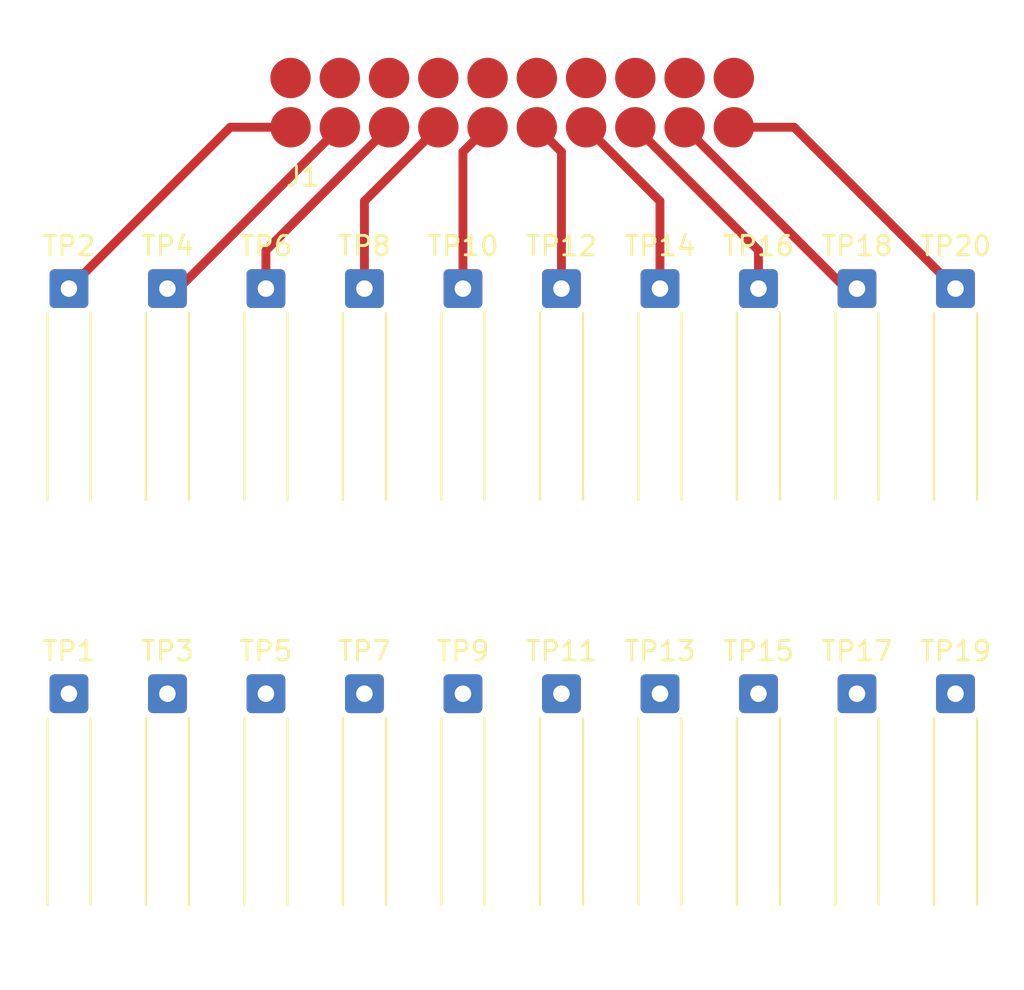
<source format=kicad_pcb>
(kicad_pcb (version 20171130) (host pcbnew 5.1.9-1.fc33)

  (general
    (thickness 1.6)
    (drawings 0)
    (tracks 21)
    (zones 0)
    (modules 21)
    (nets 21)
  )

  (page A4)
  (layers
    (0 F.Cu signal)
    (31 B.Cu signal)
    (32 B.Adhes user)
    (33 F.Adhes user)
    (34 B.Paste user)
    (35 F.Paste user)
    (36 B.SilkS user)
    (37 F.SilkS user)
    (38 B.Mask user)
    (39 F.Mask user)
    (40 Dwgs.User user)
    (41 Cmts.User user)
    (42 Eco1.User user)
    (43 Eco2.User user)
    (44 Edge.Cuts user)
    (45 Margin user)
    (46 B.CrtYd user)
    (47 F.CrtYd user)
    (48 B.Fab user)
    (49 F.Fab user)
  )

  (setup
    (last_trace_width 0.25)
    (user_trace_width 0.4572)
    (trace_clearance 0.2)
    (zone_clearance 0.508)
    (zone_45_only no)
    (trace_min 0.2)
    (via_size 0.8)
    (via_drill 0.4)
    (via_min_size 0.4)
    (via_min_drill 0.3)
    (uvia_size 0.3)
    (uvia_drill 0.1)
    (uvias_allowed no)
    (uvia_min_size 0.2)
    (uvia_min_drill 0.1)
    (edge_width 0.05)
    (segment_width 0.2)
    (pcb_text_width 0.3)
    (pcb_text_size 1.5 1.5)
    (mod_edge_width 0.12)
    (mod_text_size 1 1)
    (mod_text_width 0.15)
    (pad_size 1.524 1.524)
    (pad_drill 0.762)
    (pad_to_mask_clearance 0)
    (aux_axis_origin 0 0)
    (visible_elements FFFFFF7F)
    (pcbplotparams
      (layerselection 0x010fc_ffffffff)
      (usegerberextensions false)
      (usegerberattributes true)
      (usegerberadvancedattributes true)
      (creategerberjobfile true)
      (excludeedgelayer true)
      (linewidth 0.100000)
      (plotframeref false)
      (viasonmask false)
      (mode 1)
      (useauxorigin false)
      (hpglpennumber 1)
      (hpglpenspeed 20)
      (hpglpendiameter 15.000000)
      (psnegative false)
      (psa4output false)
      (plotreference true)
      (plotvalue true)
      (plotinvisibletext false)
      (padsonsilk false)
      (subtractmaskfromsilk false)
      (outputformat 1)
      (mirror false)
      (drillshape 1)
      (scaleselection 1)
      (outputdirectory ""))
  )

  (net 0 "")
  (net 1 "Net-(J1-Pad1)")
  (net 2 "Net-(J1-Pad2)")
  (net 3 "Net-(J1-Pad3)")
  (net 4 "Net-(J1-Pad4)")
  (net 5 "Net-(J1-Pad5)")
  (net 6 "Net-(J1-Pad6)")
  (net 7 "Net-(J1-Pad7)")
  (net 8 "Net-(J1-Pad8)")
  (net 9 "Net-(J1-Pad9)")
  (net 10 "Net-(J1-Pad10)")
  (net 11 "Net-(J1-Pad11)")
  (net 12 "Net-(J1-Pad12)")
  (net 13 "Net-(J1-Pad13)")
  (net 14 "Net-(J1-Pad14)")
  (net 15 "Net-(J1-Pad15)")
  (net 16 "Net-(J1-Pad16)")
  (net 17 "Net-(J1-Pad17)")
  (net 18 "Net-(J1-Pad18)")
  (net 19 "Net-(J1-Pad19)")
  (net 20 "Net-(J1-Pad20)")

  (net_class Default "This is the default net class."
    (clearance 0.2)
    (trace_width 0.25)
    (via_dia 0.8)
    (via_drill 0.4)
    (uvia_dia 0.3)
    (uvia_drill 0.1)
    (add_net "Net-(J1-Pad1)")
    (add_net "Net-(J1-Pad10)")
    (add_net "Net-(J1-Pad11)")
    (add_net "Net-(J1-Pad12)")
    (add_net "Net-(J1-Pad13)")
    (add_net "Net-(J1-Pad14)")
    (add_net "Net-(J1-Pad15)")
    (add_net "Net-(J1-Pad16)")
    (add_net "Net-(J1-Pad17)")
    (add_net "Net-(J1-Pad18)")
    (add_net "Net-(J1-Pad19)")
    (add_net "Net-(J1-Pad2)")
    (add_net "Net-(J1-Pad20)")
    (add_net "Net-(J1-Pad3)")
    (add_net "Net-(J1-Pad4)")
    (add_net "Net-(J1-Pad5)")
    (add_net "Net-(J1-Pad6)")
    (add_net "Net-(J1-Pad7)")
    (add_net "Net-(J1-Pad8)")
    (add_net "Net-(J1-Pad9)")
  )

  (module Connector_Wire:SolderWire-0.25sqmm_1x01_D0.65mm_OD2mm_Relief (layer F.Cu) (tedit 5EB70B44) (tstamp 5FF5D4B0)
    (at 146.05 74.36)
    (descr "Soldered wire connection with feed through strain relief, for a single 0.25 mm² wire, reinforced insulation, conductor diameter 0.65mm, outer diameter 2mm, size source Multi-Contact FLEXI-2V 0.25 (https://ec.staubli.com/AcroFiles/Catalogues/TM_Cab-Main-11014119_(en)_hi.pdf), bend radius 3 times outer diameter, generated with kicad-footprint-generator")
    (tags "connector wire 0.25sqmm strain-relief")
    (path /5FFB8D2E)
    (attr virtual)
    (fp_text reference TP20 (at 0 -2.2) (layer F.SilkS)
      (effects (font (size 1 1) (thickness 0.15)))
    )
    (fp_text value TestPoint (at 0 14.45) (layer F.Fab)
      (effects (font (size 1 1) (thickness 0.15)))
    )
    (fp_circle (center 0 0) (end 1 0) (layer F.Fab) (width 0.1))
    (fp_circle (center 0 12) (end 1 12) (layer F.Fab) (width 0.1))
    (fp_line (start -1 0) (end -1 12) (layer F.Fab) (width 0.1))
    (fp_line (start 1 0) (end 1 12) (layer F.Fab) (width 0.1))
    (fp_line (start 1.11 1.26) (end 1.11 10.89) (layer F.SilkS) (width 0.12))
    (fp_line (start -1.11 1.26) (end -1.11 10.89) (layer F.SilkS) (width 0.12))
    (fp_line (start -1.75 -1.5) (end -1.75 13.75) (layer F.CrtYd) (width 0.05))
    (fp_line (start -1.75 13.75) (end 1.75 13.75) (layer F.CrtYd) (width 0.05))
    (fp_line (start 1.75 13.75) (end 1.75 -1.5) (layer F.CrtYd) (width 0.05))
    (fp_line (start 1.75 -1.5) (end -1.75 -1.5) (layer F.CrtYd) (width 0.05))
    (fp_line (start -1.75 10.25) (end -1.75 13.75) (layer B.CrtYd) (width 0.05))
    (fp_line (start -1.75 13.75) (end 1.75 13.75) (layer B.CrtYd) (width 0.05))
    (fp_line (start 1.75 13.75) (end 1.75 10.25) (layer B.CrtYd) (width 0.05))
    (fp_line (start 1.75 10.25) (end -1.75 10.25) (layer B.CrtYd) (width 0.05))
    (fp_text user %R (at 0 6 90) (layer F.Fab)
      (effects (font (size 1 1) (thickness 0.15)))
    )
    (pad 1 thru_hole roundrect (at 0 0) (size 2 2) (drill 0.85) (layers *.Cu *.Mask) (roundrect_rratio 0.125)
      (net 20 "Net-(J1-Pad20)"))
    (pad "" np_thru_hole circle (at 0 12) (size 2.5 2.5) (drill 2.5) (layers *.Cu *.Mask))
    (model ${KISYS3DMOD}/Connector_Wire.3dshapes/SolderWire-0.25sqmm_1x01_D0.65mm_OD2mm_Relief.wrl
      (at (xyz 0 0 0))
      (scale (xyz 1 1 1))
      (rotate (xyz 0 0 0))
    )
  )

  (module Connector_Wire:SolderWire-0.25sqmm_1x01_D0.65mm_OD2mm_Relief (layer F.Cu) (tedit 5EB70B44) (tstamp 5FF5D3FC)
    (at 140.97 74.36)
    (descr "Soldered wire connection with feed through strain relief, for a single 0.25 mm² wire, reinforced insulation, conductor diameter 0.65mm, outer diameter 2mm, size source Multi-Contact FLEXI-2V 0.25 (https://ec.staubli.com/AcroFiles/Catalogues/TM_Cab-Main-11014119_(en)_hi.pdf), bend radius 3 times outer diameter, generated with kicad-footprint-generator")
    (tags "connector wire 0.25sqmm strain-relief")
    (path /5FFB8D19)
    (attr virtual)
    (fp_text reference TP18 (at 0 -2.2) (layer F.SilkS)
      (effects (font (size 1 1) (thickness 0.15)))
    )
    (fp_text value TestPoint (at 0 14.45) (layer F.Fab)
      (effects (font (size 1 1) (thickness 0.15)))
    )
    (fp_circle (center 0 0) (end 1 0) (layer F.Fab) (width 0.1))
    (fp_circle (center 0 12) (end 1 12) (layer F.Fab) (width 0.1))
    (fp_line (start -1 0) (end -1 12) (layer F.Fab) (width 0.1))
    (fp_line (start 1 0) (end 1 12) (layer F.Fab) (width 0.1))
    (fp_line (start 1.11 1.26) (end 1.11 10.89) (layer F.SilkS) (width 0.12))
    (fp_line (start -1.11 1.26) (end -1.11 10.89) (layer F.SilkS) (width 0.12))
    (fp_line (start -1.75 -1.5) (end -1.75 13.75) (layer F.CrtYd) (width 0.05))
    (fp_line (start -1.75 13.75) (end 1.75 13.75) (layer F.CrtYd) (width 0.05))
    (fp_line (start 1.75 13.75) (end 1.75 -1.5) (layer F.CrtYd) (width 0.05))
    (fp_line (start 1.75 -1.5) (end -1.75 -1.5) (layer F.CrtYd) (width 0.05))
    (fp_line (start -1.75 10.25) (end -1.75 13.75) (layer B.CrtYd) (width 0.05))
    (fp_line (start -1.75 13.75) (end 1.75 13.75) (layer B.CrtYd) (width 0.05))
    (fp_line (start 1.75 13.75) (end 1.75 10.25) (layer B.CrtYd) (width 0.05))
    (fp_line (start 1.75 10.25) (end -1.75 10.25) (layer B.CrtYd) (width 0.05))
    (fp_text user %R (at 0 6 90) (layer F.Fab)
      (effects (font (size 1 1) (thickness 0.15)))
    )
    (pad 1 thru_hole roundrect (at 0 0) (size 2 2) (drill 0.85) (layers *.Cu *.Mask) (roundrect_rratio 0.125)
      (net 18 "Net-(J1-Pad18)"))
    (pad "" np_thru_hole circle (at 0 12) (size 2.5 2.5) (drill 2.5) (layers *.Cu *.Mask))
    (model ${KISYS3DMOD}/Connector_Wire.3dshapes/SolderWire-0.25sqmm_1x01_D0.65mm_OD2mm_Relief.wrl
      (at (xyz 0 0 0))
      (scale (xyz 1 1 1))
      (rotate (xyz 0 0 0))
    )
  )

  (module Connector_Wire:SolderWire-0.25sqmm_1x01_D0.65mm_OD2mm_Relief (layer F.Cu) (tedit 5EB70B44) (tstamp 5FF5D438)
    (at 135.89 74.36)
    (descr "Soldered wire connection with feed through strain relief, for a single 0.25 mm² wire, reinforced insulation, conductor diameter 0.65mm, outer diameter 2mm, size source Multi-Contact FLEXI-2V 0.25 (https://ec.staubli.com/AcroFiles/Catalogues/TM_Cab-Main-11014119_(en)_hi.pdf), bend radius 3 times outer diameter, generated with kicad-footprint-generator")
    (tags "connector wire 0.25sqmm strain-relief")
    (path /5FFB8D20)
    (attr virtual)
    (fp_text reference TP16 (at 0 -2.2) (layer F.SilkS)
      (effects (font (size 1 1) (thickness 0.15)))
    )
    (fp_text value TestPoint (at 0 14.45) (layer F.Fab)
      (effects (font (size 1 1) (thickness 0.15)))
    )
    (fp_line (start 1.75 10.25) (end -1.75 10.25) (layer B.CrtYd) (width 0.05))
    (fp_line (start 1.75 13.75) (end 1.75 10.25) (layer B.CrtYd) (width 0.05))
    (fp_line (start -1.75 13.75) (end 1.75 13.75) (layer B.CrtYd) (width 0.05))
    (fp_line (start -1.75 10.25) (end -1.75 13.75) (layer B.CrtYd) (width 0.05))
    (fp_line (start 1.75 -1.5) (end -1.75 -1.5) (layer F.CrtYd) (width 0.05))
    (fp_line (start 1.75 13.75) (end 1.75 -1.5) (layer F.CrtYd) (width 0.05))
    (fp_line (start -1.75 13.75) (end 1.75 13.75) (layer F.CrtYd) (width 0.05))
    (fp_line (start -1.75 -1.5) (end -1.75 13.75) (layer F.CrtYd) (width 0.05))
    (fp_line (start -1.11 1.26) (end -1.11 10.89) (layer F.SilkS) (width 0.12))
    (fp_line (start 1.11 1.26) (end 1.11 10.89) (layer F.SilkS) (width 0.12))
    (fp_line (start 1 0) (end 1 12) (layer F.Fab) (width 0.1))
    (fp_line (start -1 0) (end -1 12) (layer F.Fab) (width 0.1))
    (fp_circle (center 0 12) (end 1 12) (layer F.Fab) (width 0.1))
    (fp_circle (center 0 0) (end 1 0) (layer F.Fab) (width 0.1))
    (fp_text user %R (at 0 6 90) (layer F.Fab)
      (effects (font (size 1 1) (thickness 0.15)))
    )
    (pad "" np_thru_hole circle (at 0 12) (size 2.5 2.5) (drill 2.5) (layers *.Cu *.Mask))
    (pad 1 thru_hole roundrect (at 0 0) (size 2 2) (drill 0.85) (layers *.Cu *.Mask) (roundrect_rratio 0.125)
      (net 16 "Net-(J1-Pad16)"))
    (model ${KISYS3DMOD}/Connector_Wire.3dshapes/SolderWire-0.25sqmm_1x01_D0.65mm_OD2mm_Relief.wrl
      (at (xyz 0 0 0))
      (scale (xyz 1 1 1))
      (rotate (xyz 0 0 0))
    )
  )

  (module Connector_Wire:SolderWire-0.25sqmm_1x01_D0.65mm_OD2mm_Relief (layer F.Cu) (tedit 5EB70B44) (tstamp 5FF5D474)
    (at 130.81 74.36)
    (descr "Soldered wire connection with feed through strain relief, for a single 0.25 mm² wire, reinforced insulation, conductor diameter 0.65mm, outer diameter 2mm, size source Multi-Contact FLEXI-2V 0.25 (https://ec.staubli.com/AcroFiles/Catalogues/TM_Cab-Main-11014119_(en)_hi.pdf), bend radius 3 times outer diameter, generated with kicad-footprint-generator")
    (tags "connector wire 0.25sqmm strain-relief")
    (path /5FFB8D27)
    (attr virtual)
    (fp_text reference TP14 (at 0 -2.2) (layer F.SilkS)
      (effects (font (size 1 1) (thickness 0.15)))
    )
    (fp_text value TestPoint (at 0 14.45) (layer F.Fab)
      (effects (font (size 1 1) (thickness 0.15)))
    )
    (fp_circle (center 0 0) (end 1 0) (layer F.Fab) (width 0.1))
    (fp_circle (center 0 12) (end 1 12) (layer F.Fab) (width 0.1))
    (fp_line (start -1 0) (end -1 12) (layer F.Fab) (width 0.1))
    (fp_line (start 1 0) (end 1 12) (layer F.Fab) (width 0.1))
    (fp_line (start 1.11 1.26) (end 1.11 10.89) (layer F.SilkS) (width 0.12))
    (fp_line (start -1.11 1.26) (end -1.11 10.89) (layer F.SilkS) (width 0.12))
    (fp_line (start -1.75 -1.5) (end -1.75 13.75) (layer F.CrtYd) (width 0.05))
    (fp_line (start -1.75 13.75) (end 1.75 13.75) (layer F.CrtYd) (width 0.05))
    (fp_line (start 1.75 13.75) (end 1.75 -1.5) (layer F.CrtYd) (width 0.05))
    (fp_line (start 1.75 -1.5) (end -1.75 -1.5) (layer F.CrtYd) (width 0.05))
    (fp_line (start -1.75 10.25) (end -1.75 13.75) (layer B.CrtYd) (width 0.05))
    (fp_line (start -1.75 13.75) (end 1.75 13.75) (layer B.CrtYd) (width 0.05))
    (fp_line (start 1.75 13.75) (end 1.75 10.25) (layer B.CrtYd) (width 0.05))
    (fp_line (start 1.75 10.25) (end -1.75 10.25) (layer B.CrtYd) (width 0.05))
    (fp_text user %R (at 0 6 90) (layer F.Fab)
      (effects (font (size 1 1) (thickness 0.15)))
    )
    (pad 1 thru_hole roundrect (at 0 0) (size 2 2) (drill 0.85) (layers *.Cu *.Mask) (roundrect_rratio 0.125)
      (net 14 "Net-(J1-Pad14)"))
    (pad "" np_thru_hole circle (at 0 12) (size 2.5 2.5) (drill 2.5) (layers *.Cu *.Mask))
    (model ${KISYS3DMOD}/Connector_Wire.3dshapes/SolderWire-0.25sqmm_1x01_D0.65mm_OD2mm_Relief.wrl
      (at (xyz 0 0 0))
      (scale (xyz 1 1 1))
      (rotate (xyz 0 0 0))
    )
  )

  (module Connector_Wire:SolderWire-0.25sqmm_1x01_D0.65mm_OD2mm_Relief (layer F.Cu) (tedit 5EB70B44) (tstamp 5FF5D384)
    (at 125.73 74.36)
    (descr "Soldered wire connection with feed through strain relief, for a single 0.25 mm² wire, reinforced insulation, conductor diameter 0.65mm, outer diameter 2mm, size source Multi-Contact FLEXI-2V 0.25 (https://ec.staubli.com/AcroFiles/Catalogues/TM_Cab-Main-11014119_(en)_hi.pdf), bend radius 3 times outer diameter, generated with kicad-footprint-generator")
    (tags "connector wire 0.25sqmm strain-relief")
    (path /5FFB8D04)
    (attr virtual)
    (fp_text reference TP12 (at 0 -2.2) (layer F.SilkS)
      (effects (font (size 1 1) (thickness 0.15)))
    )
    (fp_text value TestPoint (at 0 14.45) (layer F.Fab)
      (effects (font (size 1 1) (thickness 0.15)))
    )
    (fp_line (start 1.75 10.25) (end -1.75 10.25) (layer B.CrtYd) (width 0.05))
    (fp_line (start 1.75 13.75) (end 1.75 10.25) (layer B.CrtYd) (width 0.05))
    (fp_line (start -1.75 13.75) (end 1.75 13.75) (layer B.CrtYd) (width 0.05))
    (fp_line (start -1.75 10.25) (end -1.75 13.75) (layer B.CrtYd) (width 0.05))
    (fp_line (start 1.75 -1.5) (end -1.75 -1.5) (layer F.CrtYd) (width 0.05))
    (fp_line (start 1.75 13.75) (end 1.75 -1.5) (layer F.CrtYd) (width 0.05))
    (fp_line (start -1.75 13.75) (end 1.75 13.75) (layer F.CrtYd) (width 0.05))
    (fp_line (start -1.75 -1.5) (end -1.75 13.75) (layer F.CrtYd) (width 0.05))
    (fp_line (start -1.11 1.26) (end -1.11 10.89) (layer F.SilkS) (width 0.12))
    (fp_line (start 1.11 1.26) (end 1.11 10.89) (layer F.SilkS) (width 0.12))
    (fp_line (start 1 0) (end 1 12) (layer F.Fab) (width 0.1))
    (fp_line (start -1 0) (end -1 12) (layer F.Fab) (width 0.1))
    (fp_circle (center 0 12) (end 1 12) (layer F.Fab) (width 0.1))
    (fp_circle (center 0 0) (end 1 0) (layer F.Fab) (width 0.1))
    (fp_text user %R (at 0 6 90) (layer F.Fab)
      (effects (font (size 1 1) (thickness 0.15)))
    )
    (pad "" np_thru_hole circle (at 0 12) (size 2.5 2.5) (drill 2.5) (layers *.Cu *.Mask))
    (pad 1 thru_hole roundrect (at 0 0) (size 2 2) (drill 0.85) (layers *.Cu *.Mask) (roundrect_rratio 0.125)
      (net 12 "Net-(J1-Pad12)"))
    (model ${KISYS3DMOD}/Connector_Wire.3dshapes/SolderWire-0.25sqmm_1x01_D0.65mm_OD2mm_Relief.wrl
      (at (xyz 0 0 0))
      (scale (xyz 1 1 1))
      (rotate (xyz 0 0 0))
    )
  )

  (module Connector_Wire:SolderWire-0.25sqmm_1x01_D0.65mm_OD2mm_Relief (layer F.Cu) (tedit 5EB70B44) (tstamp 5FF5D3C0)
    (at 120.65 74.36)
    (descr "Soldered wire connection with feed through strain relief, for a single 0.25 mm² wire, reinforced insulation, conductor diameter 0.65mm, outer diameter 2mm, size source Multi-Contact FLEXI-2V 0.25 (https://ec.staubli.com/AcroFiles/Catalogues/TM_Cab-Main-11014119_(en)_hi.pdf), bend radius 3 times outer diameter, generated with kicad-footprint-generator")
    (tags "connector wire 0.25sqmm strain-relief")
    (path /5FFB8D0B)
    (attr virtual)
    (fp_text reference TP10 (at 0 -2.2) (layer F.SilkS)
      (effects (font (size 1 1) (thickness 0.15)))
    )
    (fp_text value TestPoint (at 0 14.45) (layer F.Fab)
      (effects (font (size 1 1) (thickness 0.15)))
    )
    (fp_circle (center 0 0) (end 1 0) (layer F.Fab) (width 0.1))
    (fp_circle (center 0 12) (end 1 12) (layer F.Fab) (width 0.1))
    (fp_line (start -1 0) (end -1 12) (layer F.Fab) (width 0.1))
    (fp_line (start 1 0) (end 1 12) (layer F.Fab) (width 0.1))
    (fp_line (start 1.11 1.26) (end 1.11 10.89) (layer F.SilkS) (width 0.12))
    (fp_line (start -1.11 1.26) (end -1.11 10.89) (layer F.SilkS) (width 0.12))
    (fp_line (start -1.75 -1.5) (end -1.75 13.75) (layer F.CrtYd) (width 0.05))
    (fp_line (start -1.75 13.75) (end 1.75 13.75) (layer F.CrtYd) (width 0.05))
    (fp_line (start 1.75 13.75) (end 1.75 -1.5) (layer F.CrtYd) (width 0.05))
    (fp_line (start 1.75 -1.5) (end -1.75 -1.5) (layer F.CrtYd) (width 0.05))
    (fp_line (start -1.75 10.25) (end -1.75 13.75) (layer B.CrtYd) (width 0.05))
    (fp_line (start -1.75 13.75) (end 1.75 13.75) (layer B.CrtYd) (width 0.05))
    (fp_line (start 1.75 13.75) (end 1.75 10.25) (layer B.CrtYd) (width 0.05))
    (fp_line (start 1.75 10.25) (end -1.75 10.25) (layer B.CrtYd) (width 0.05))
    (fp_text user %R (at 0 6 90) (layer F.Fab)
      (effects (font (size 1 1) (thickness 0.15)))
    )
    (pad 1 thru_hole roundrect (at 0 0) (size 2 2) (drill 0.85) (layers *.Cu *.Mask) (roundrect_rratio 0.125)
      (net 10 "Net-(J1-Pad10)"))
    (pad "" np_thru_hole circle (at 0 12) (size 2.5 2.5) (drill 2.5) (layers *.Cu *.Mask))
    (model ${KISYS3DMOD}/Connector_Wire.3dshapes/SolderWire-0.25sqmm_1x01_D0.65mm_OD2mm_Relief.wrl
      (at (xyz 0 0 0))
      (scale (xyz 1 1 1))
      (rotate (xyz 0 0 0))
    )
  )

  (module Connector_Wire:SolderWire-0.25sqmm_1x01_D0.65mm_OD2mm_Relief (layer F.Cu) (tedit 5EB70B44) (tstamp 5FF5D528)
    (at 115.57 74.36)
    (descr "Soldered wire connection with feed through strain relief, for a single 0.25 mm² wire, reinforced insulation, conductor diameter 0.65mm, outer diameter 2mm, size source Multi-Contact FLEXI-2V 0.25 (https://ec.staubli.com/AcroFiles/Catalogues/TM_Cab-Main-11014119_(en)_hi.pdf), bend radius 3 times outer diameter, generated with kicad-footprint-generator")
    (tags "connector wire 0.25sqmm strain-relief")
    (path /5FFB8D12)
    (attr virtual)
    (fp_text reference TP8 (at 0 -2.2) (layer F.SilkS)
      (effects (font (size 1 1) (thickness 0.15)))
    )
    (fp_text value TestPoint (at 0 14.45) (layer F.Fab)
      (effects (font (size 1 1) (thickness 0.15)))
    )
    (fp_line (start 1.75 10.25) (end -1.75 10.25) (layer B.CrtYd) (width 0.05))
    (fp_line (start 1.75 13.75) (end 1.75 10.25) (layer B.CrtYd) (width 0.05))
    (fp_line (start -1.75 13.75) (end 1.75 13.75) (layer B.CrtYd) (width 0.05))
    (fp_line (start -1.75 10.25) (end -1.75 13.75) (layer B.CrtYd) (width 0.05))
    (fp_line (start 1.75 -1.5) (end -1.75 -1.5) (layer F.CrtYd) (width 0.05))
    (fp_line (start 1.75 13.75) (end 1.75 -1.5) (layer F.CrtYd) (width 0.05))
    (fp_line (start -1.75 13.75) (end 1.75 13.75) (layer F.CrtYd) (width 0.05))
    (fp_line (start -1.75 -1.5) (end -1.75 13.75) (layer F.CrtYd) (width 0.05))
    (fp_line (start -1.11 1.26) (end -1.11 10.89) (layer F.SilkS) (width 0.12))
    (fp_line (start 1.11 1.26) (end 1.11 10.89) (layer F.SilkS) (width 0.12))
    (fp_line (start 1 0) (end 1 12) (layer F.Fab) (width 0.1))
    (fp_line (start -1 0) (end -1 12) (layer F.Fab) (width 0.1))
    (fp_circle (center 0 12) (end 1 12) (layer F.Fab) (width 0.1))
    (fp_circle (center 0 0) (end 1 0) (layer F.Fab) (width 0.1))
    (fp_text user %R (at 0 6 90) (layer F.Fab)
      (effects (font (size 1 1) (thickness 0.15)))
    )
    (pad "" np_thru_hole circle (at 0 12) (size 2.5 2.5) (drill 2.5) (layers *.Cu *.Mask))
    (pad 1 thru_hole roundrect (at 0 0) (size 2 2) (drill 0.85) (layers *.Cu *.Mask) (roundrect_rratio 0.125)
      (net 8 "Net-(J1-Pad8)"))
    (model ${KISYS3DMOD}/Connector_Wire.3dshapes/SolderWire-0.25sqmm_1x01_D0.65mm_OD2mm_Relief.wrl
      (at (xyz 0 0 0))
      (scale (xyz 1 1 1))
      (rotate (xyz 0 0 0))
    )
  )

  (module Connector_Wire:SolderWire-0.25sqmm_1x01_D0.65mm_OD2mm_Relief (layer F.Cu) (tedit 5EB70B44) (tstamp 5FF5D4EC)
    (at 110.49 74.36)
    (descr "Soldered wire connection with feed through strain relief, for a single 0.25 mm² wire, reinforced insulation, conductor diameter 0.65mm, outer diameter 2mm, size source Multi-Contact FLEXI-2V 0.25 (https://ec.staubli.com/AcroFiles/Catalogues/TM_Cab-Main-11014119_(en)_hi.pdf), bend radius 3 times outer diameter, generated with kicad-footprint-generator")
    (tags "connector wire 0.25sqmm strain-relief")
    (path /5FFB8CEF)
    (attr virtual)
    (fp_text reference TP6 (at 0 -2.2) (layer F.SilkS)
      (effects (font (size 1 1) (thickness 0.15)))
    )
    (fp_text value TestPoint (at 0 14.45) (layer F.Fab)
      (effects (font (size 1 1) (thickness 0.15)))
    )
    (fp_line (start 1.75 10.25) (end -1.75 10.25) (layer B.CrtYd) (width 0.05))
    (fp_line (start 1.75 13.75) (end 1.75 10.25) (layer B.CrtYd) (width 0.05))
    (fp_line (start -1.75 13.75) (end 1.75 13.75) (layer B.CrtYd) (width 0.05))
    (fp_line (start -1.75 10.25) (end -1.75 13.75) (layer B.CrtYd) (width 0.05))
    (fp_line (start 1.75 -1.5) (end -1.75 -1.5) (layer F.CrtYd) (width 0.05))
    (fp_line (start 1.75 13.75) (end 1.75 -1.5) (layer F.CrtYd) (width 0.05))
    (fp_line (start -1.75 13.75) (end 1.75 13.75) (layer F.CrtYd) (width 0.05))
    (fp_line (start -1.75 -1.5) (end -1.75 13.75) (layer F.CrtYd) (width 0.05))
    (fp_line (start -1.11 1.26) (end -1.11 10.89) (layer F.SilkS) (width 0.12))
    (fp_line (start 1.11 1.26) (end 1.11 10.89) (layer F.SilkS) (width 0.12))
    (fp_line (start 1 0) (end 1 12) (layer F.Fab) (width 0.1))
    (fp_line (start -1 0) (end -1 12) (layer F.Fab) (width 0.1))
    (fp_circle (center 0 12) (end 1 12) (layer F.Fab) (width 0.1))
    (fp_circle (center 0 0) (end 1 0) (layer F.Fab) (width 0.1))
    (fp_text user %R (at 0 6 90) (layer F.Fab)
      (effects (font (size 1 1) (thickness 0.15)))
    )
    (pad "" np_thru_hole circle (at 0 12) (size 2.5 2.5) (drill 2.5) (layers *.Cu *.Mask))
    (pad 1 thru_hole roundrect (at 0 0) (size 2 2) (drill 0.85) (layers *.Cu *.Mask) (roundrect_rratio 0.125)
      (net 6 "Net-(J1-Pad6)"))
    (model ${KISYS3DMOD}/Connector_Wire.3dshapes/SolderWire-0.25sqmm_1x01_D0.65mm_OD2mm_Relief.wrl
      (at (xyz 0 0 0))
      (scale (xyz 1 1 1))
      (rotate (xyz 0 0 0))
    )
  )

  (module Connector_Wire:SolderWire-0.25sqmm_1x01_D0.65mm_OD2mm_Relief (layer F.Cu) (tedit 5EB70B44) (tstamp 5FF5D348)
    (at 105.41 74.36)
    (descr "Soldered wire connection with feed through strain relief, for a single 0.25 mm² wire, reinforced insulation, conductor diameter 0.65mm, outer diameter 2mm, size source Multi-Contact FLEXI-2V 0.25 (https://ec.staubli.com/AcroFiles/Catalogues/TM_Cab-Main-11014119_(en)_hi.pdf), bend radius 3 times outer diameter, generated with kicad-footprint-generator")
    (tags "connector wire 0.25sqmm strain-relief")
    (path /5FFB8CF6)
    (attr virtual)
    (fp_text reference TP4 (at 0 -2.2) (layer F.SilkS)
      (effects (font (size 1 1) (thickness 0.15)))
    )
    (fp_text value TestPoint (at 0 14.45) (layer F.Fab)
      (effects (font (size 1 1) (thickness 0.15)))
    )
    (fp_line (start 1.75 10.25) (end -1.75 10.25) (layer B.CrtYd) (width 0.05))
    (fp_line (start 1.75 13.75) (end 1.75 10.25) (layer B.CrtYd) (width 0.05))
    (fp_line (start -1.75 13.75) (end 1.75 13.75) (layer B.CrtYd) (width 0.05))
    (fp_line (start -1.75 10.25) (end -1.75 13.75) (layer B.CrtYd) (width 0.05))
    (fp_line (start 1.75 -1.5) (end -1.75 -1.5) (layer F.CrtYd) (width 0.05))
    (fp_line (start 1.75 13.75) (end 1.75 -1.5) (layer F.CrtYd) (width 0.05))
    (fp_line (start -1.75 13.75) (end 1.75 13.75) (layer F.CrtYd) (width 0.05))
    (fp_line (start -1.75 -1.5) (end -1.75 13.75) (layer F.CrtYd) (width 0.05))
    (fp_line (start -1.11 1.26) (end -1.11 10.89) (layer F.SilkS) (width 0.12))
    (fp_line (start 1.11 1.26) (end 1.11 10.89) (layer F.SilkS) (width 0.12))
    (fp_line (start 1 0) (end 1 12) (layer F.Fab) (width 0.1))
    (fp_line (start -1 0) (end -1 12) (layer F.Fab) (width 0.1))
    (fp_circle (center 0 12) (end 1 12) (layer F.Fab) (width 0.1))
    (fp_circle (center 0 0) (end 1 0) (layer F.Fab) (width 0.1))
    (fp_text user %R (at 0 6 90) (layer F.Fab)
      (effects (font (size 1 1) (thickness 0.15)))
    )
    (pad "" np_thru_hole circle (at 0 12) (size 2.5 2.5) (drill 2.5) (layers *.Cu *.Mask))
    (pad 1 thru_hole roundrect (at 0 0) (size 2 2) (drill 0.85) (layers *.Cu *.Mask) (roundrect_rratio 0.125)
      (net 4 "Net-(J1-Pad4)"))
    (model ${KISYS3DMOD}/Connector_Wire.3dshapes/SolderWire-0.25sqmm_1x01_D0.65mm_OD2mm_Relief.wrl
      (at (xyz 0 0 0))
      (scale (xyz 1 1 1))
      (rotate (xyz 0 0 0))
    )
  )

  (module Connector_Wire:SolderWire-0.25sqmm_1x01_D0.65mm_OD2mm_Relief (layer F.Cu) (tedit 5EB70B44) (tstamp 5FF5F705)
    (at 100.33 74.36)
    (descr "Soldered wire connection with feed through strain relief, for a single 0.25 mm² wire, reinforced insulation, conductor diameter 0.65mm, outer diameter 2mm, size source Multi-Contact FLEXI-2V 0.25 (https://ec.staubli.com/AcroFiles/Catalogues/TM_Cab-Main-11014119_(en)_hi.pdf), bend radius 3 times outer diameter, generated with kicad-footprint-generator")
    (tags "connector wire 0.25sqmm strain-relief")
    (path /5FFB8CFD)
    (attr virtual)
    (fp_text reference TP2 (at 0 -2.2) (layer F.SilkS)
      (effects (font (size 1 1) (thickness 0.15)))
    )
    (fp_text value TestPoint (at 0 14.45) (layer F.Fab)
      (effects (font (size 1 1) (thickness 0.15)))
    )
    (fp_line (start 1.75 10.25) (end -1.75 10.25) (layer B.CrtYd) (width 0.05))
    (fp_line (start 1.75 13.75) (end 1.75 10.25) (layer B.CrtYd) (width 0.05))
    (fp_line (start -1.75 13.75) (end 1.75 13.75) (layer B.CrtYd) (width 0.05))
    (fp_line (start -1.75 10.25) (end -1.75 13.75) (layer B.CrtYd) (width 0.05))
    (fp_line (start 1.75 -1.5) (end -1.75 -1.5) (layer F.CrtYd) (width 0.05))
    (fp_line (start 1.75 13.75) (end 1.75 -1.5) (layer F.CrtYd) (width 0.05))
    (fp_line (start -1.75 13.75) (end 1.75 13.75) (layer F.CrtYd) (width 0.05))
    (fp_line (start -1.75 -1.5) (end -1.75 13.75) (layer F.CrtYd) (width 0.05))
    (fp_line (start -1.11 1.26) (end -1.11 10.89) (layer F.SilkS) (width 0.12))
    (fp_line (start 1.11 1.26) (end 1.11 10.89) (layer F.SilkS) (width 0.12))
    (fp_line (start 1 0) (end 1 12) (layer F.Fab) (width 0.1))
    (fp_line (start -1 0) (end -1 12) (layer F.Fab) (width 0.1))
    (fp_circle (center 0 12) (end 1 12) (layer F.Fab) (width 0.1))
    (fp_circle (center 0 0) (end 1 0) (layer F.Fab) (width 0.1))
    (fp_text user %R (at 0 6 90) (layer F.Fab)
      (effects (font (size 1 1) (thickness 0.15)))
    )
    (pad "" np_thru_hole circle (at 0 12) (size 2.5 2.5) (drill 2.5) (layers *.Cu *.Mask))
    (pad 1 thru_hole roundrect (at 0 0) (size 2 2) (drill 0.85) (layers *.Cu *.Mask) (roundrect_rratio 0.125)
      (net 2 "Net-(J1-Pad2)"))
    (model ${KISYS3DMOD}/Connector_Wire.3dshapes/SolderWire-0.25sqmm_1x01_D0.65mm_OD2mm_Relief.wrl
      (at (xyz 0 0 0))
      (scale (xyz 1 1 1))
      (rotate (xyz 0 0 0))
    )
  )

  (module Connector_Wire:SolderWire-0.25sqmm_1x01_D0.65mm_OD2mm_Relief (layer F.Cu) (tedit 5EB70B44) (tstamp 5FF5C70A)
    (at 146.05 95.25)
    (descr "Soldered wire connection with feed through strain relief, for a single 0.25 mm² wire, reinforced insulation, conductor diameter 0.65mm, outer diameter 2mm, size source Multi-Contact FLEXI-2V 0.25 (https://ec.staubli.com/AcroFiles/Catalogues/TM_Cab-Main-11014119_(en)_hi.pdf), bend radius 3 times outer diameter, generated with kicad-footprint-generator")
    (tags "connector wire 0.25sqmm strain-relief")
    (path /5FFB3508)
    (attr virtual)
    (fp_text reference TP19 (at 0 -2.2) (layer F.SilkS)
      (effects (font (size 1 1) (thickness 0.15)))
    )
    (fp_text value TestPoint (at 0 14.45) (layer F.Fab)
      (effects (font (size 1 1) (thickness 0.15)))
    )
    (fp_line (start 1.75 10.25) (end -1.75 10.25) (layer B.CrtYd) (width 0.05))
    (fp_line (start 1.75 13.75) (end 1.75 10.25) (layer B.CrtYd) (width 0.05))
    (fp_line (start -1.75 13.75) (end 1.75 13.75) (layer B.CrtYd) (width 0.05))
    (fp_line (start -1.75 10.25) (end -1.75 13.75) (layer B.CrtYd) (width 0.05))
    (fp_line (start 1.75 -1.5) (end -1.75 -1.5) (layer F.CrtYd) (width 0.05))
    (fp_line (start 1.75 13.75) (end 1.75 -1.5) (layer F.CrtYd) (width 0.05))
    (fp_line (start -1.75 13.75) (end 1.75 13.75) (layer F.CrtYd) (width 0.05))
    (fp_line (start -1.75 -1.5) (end -1.75 13.75) (layer F.CrtYd) (width 0.05))
    (fp_line (start -1.11 1.26) (end -1.11 10.89) (layer F.SilkS) (width 0.12))
    (fp_line (start 1.11 1.26) (end 1.11 10.89) (layer F.SilkS) (width 0.12))
    (fp_line (start 1 0) (end 1 12) (layer F.Fab) (width 0.1))
    (fp_line (start -1 0) (end -1 12) (layer F.Fab) (width 0.1))
    (fp_circle (center 0 12) (end 1 12) (layer F.Fab) (width 0.1))
    (fp_circle (center 0 0) (end 1 0) (layer F.Fab) (width 0.1))
    (fp_text user %R (at 0 6 90) (layer F.Fab)
      (effects (font (size 1 1) (thickness 0.15)))
    )
    (pad "" np_thru_hole circle (at 0 12) (size 2.5 2.5) (drill 2.5) (layers *.Cu *.Mask))
    (pad 1 thru_hole roundrect (at 0 0) (size 2 2) (drill 0.85) (layers *.Cu *.Mask) (roundrect_rratio 0.125)
      (net 19 "Net-(J1-Pad19)"))
    (model ${KISYS3DMOD}/Connector_Wire.3dshapes/SolderWire-0.25sqmm_1x01_D0.65mm_OD2mm_Relief.wrl
      (at (xyz 0 0 0))
      (scale (xyz 1 1 1))
      (rotate (xyz 0 0 0))
    )
  )

  (module Connector_Wire:SolderWire-0.25sqmm_1x01_D0.65mm_OD2mm_Relief (layer F.Cu) (tedit 5EB70B44) (tstamp 5FF5C6F5)
    (at 140.97 95.25)
    (descr "Soldered wire connection with feed through strain relief, for a single 0.25 mm² wire, reinforced insulation, conductor diameter 0.65mm, outer diameter 2mm, size source Multi-Contact FLEXI-2V 0.25 (https://ec.staubli.com/AcroFiles/Catalogues/TM_Cab-Main-11014119_(en)_hi.pdf), bend radius 3 times outer diameter, generated with kicad-footprint-generator")
    (tags "connector wire 0.25sqmm strain-relief")
    (path /5FFB3098)
    (attr virtual)
    (fp_text reference TP17 (at 0 -2.2) (layer F.SilkS)
      (effects (font (size 1 1) (thickness 0.15)))
    )
    (fp_text value TestPoint (at 0 14.45) (layer F.Fab)
      (effects (font (size 1 1) (thickness 0.15)))
    )
    (fp_line (start 1.75 10.25) (end -1.75 10.25) (layer B.CrtYd) (width 0.05))
    (fp_line (start 1.75 13.75) (end 1.75 10.25) (layer B.CrtYd) (width 0.05))
    (fp_line (start -1.75 13.75) (end 1.75 13.75) (layer B.CrtYd) (width 0.05))
    (fp_line (start -1.75 10.25) (end -1.75 13.75) (layer B.CrtYd) (width 0.05))
    (fp_line (start 1.75 -1.5) (end -1.75 -1.5) (layer F.CrtYd) (width 0.05))
    (fp_line (start 1.75 13.75) (end 1.75 -1.5) (layer F.CrtYd) (width 0.05))
    (fp_line (start -1.75 13.75) (end 1.75 13.75) (layer F.CrtYd) (width 0.05))
    (fp_line (start -1.75 -1.5) (end -1.75 13.75) (layer F.CrtYd) (width 0.05))
    (fp_line (start -1.11 1.26) (end -1.11 10.89) (layer F.SilkS) (width 0.12))
    (fp_line (start 1.11 1.26) (end 1.11 10.89) (layer F.SilkS) (width 0.12))
    (fp_line (start 1 0) (end 1 12) (layer F.Fab) (width 0.1))
    (fp_line (start -1 0) (end -1 12) (layer F.Fab) (width 0.1))
    (fp_circle (center 0 12) (end 1 12) (layer F.Fab) (width 0.1))
    (fp_circle (center 0 0) (end 1 0) (layer F.Fab) (width 0.1))
    (fp_text user %R (at 0 6 90) (layer F.Fab)
      (effects (font (size 1 1) (thickness 0.15)))
    )
    (pad "" np_thru_hole circle (at 0 12) (size 2.5 2.5) (drill 2.5) (layers *.Cu *.Mask))
    (pad 1 thru_hole roundrect (at 0 0) (size 2 2) (drill 0.85) (layers *.Cu *.Mask) (roundrect_rratio 0.125)
      (net 17 "Net-(J1-Pad17)"))
    (model ${KISYS3DMOD}/Connector_Wire.3dshapes/SolderWire-0.25sqmm_1x01_D0.65mm_OD2mm_Relief.wrl
      (at (xyz 0 0 0))
      (scale (xyz 1 1 1))
      (rotate (xyz 0 0 0))
    )
  )

  (module Connector_Wire:SolderWire-0.25sqmm_1x01_D0.65mm_OD2mm_Relief (layer F.Cu) (tedit 5EB70B44) (tstamp 5FF5C6E0)
    (at 135.89 95.25)
    (descr "Soldered wire connection with feed through strain relief, for a single 0.25 mm² wire, reinforced insulation, conductor diameter 0.65mm, outer diameter 2mm, size source Multi-Contact FLEXI-2V 0.25 (https://ec.staubli.com/AcroFiles/Catalogues/TM_Cab-Main-11014119_(en)_hi.pdf), bend radius 3 times outer diameter, generated with kicad-footprint-generator")
    (tags "connector wire 0.25sqmm strain-relief")
    (path /5FFB309F)
    (attr virtual)
    (fp_text reference TP15 (at 0 -2.2) (layer F.SilkS)
      (effects (font (size 1 1) (thickness 0.15)))
    )
    (fp_text value TestPoint (at 0 14.45) (layer F.Fab)
      (effects (font (size 1 1) (thickness 0.15)))
    )
    (fp_line (start 1.75 10.25) (end -1.75 10.25) (layer B.CrtYd) (width 0.05))
    (fp_line (start 1.75 13.75) (end 1.75 10.25) (layer B.CrtYd) (width 0.05))
    (fp_line (start -1.75 13.75) (end 1.75 13.75) (layer B.CrtYd) (width 0.05))
    (fp_line (start -1.75 10.25) (end -1.75 13.75) (layer B.CrtYd) (width 0.05))
    (fp_line (start 1.75 -1.5) (end -1.75 -1.5) (layer F.CrtYd) (width 0.05))
    (fp_line (start 1.75 13.75) (end 1.75 -1.5) (layer F.CrtYd) (width 0.05))
    (fp_line (start -1.75 13.75) (end 1.75 13.75) (layer F.CrtYd) (width 0.05))
    (fp_line (start -1.75 -1.5) (end -1.75 13.75) (layer F.CrtYd) (width 0.05))
    (fp_line (start -1.11 1.26) (end -1.11 10.89) (layer F.SilkS) (width 0.12))
    (fp_line (start 1.11 1.26) (end 1.11 10.89) (layer F.SilkS) (width 0.12))
    (fp_line (start 1 0) (end 1 12) (layer F.Fab) (width 0.1))
    (fp_line (start -1 0) (end -1 12) (layer F.Fab) (width 0.1))
    (fp_circle (center 0 12) (end 1 12) (layer F.Fab) (width 0.1))
    (fp_circle (center 0 0) (end 1 0) (layer F.Fab) (width 0.1))
    (fp_text user %R (at 0 5.08 90) (layer F.Fab)
      (effects (font (size 1 1) (thickness 0.15)))
    )
    (pad "" np_thru_hole circle (at 0 12) (size 2.5 2.5) (drill 2.5) (layers *.Cu *.Mask))
    (pad 1 thru_hole roundrect (at 0 0) (size 2 2) (drill 0.85) (layers *.Cu *.Mask) (roundrect_rratio 0.125)
      (net 15 "Net-(J1-Pad15)"))
    (model ${KISYS3DMOD}/Connector_Wire.3dshapes/SolderWire-0.25sqmm_1x01_D0.65mm_OD2mm_Relief.wrl
      (at (xyz 0 0 0))
      (scale (xyz 1 1 1))
      (rotate (xyz 0 0 0))
    )
  )

  (module Connector_Wire:SolderWire-0.25sqmm_1x01_D0.65mm_OD2mm_Relief (layer F.Cu) (tedit 5EB70B44) (tstamp 5FF5C6CB)
    (at 130.81 95.25)
    (descr "Soldered wire connection with feed through strain relief, for a single 0.25 mm² wire, reinforced insulation, conductor diameter 0.65mm, outer diameter 2mm, size source Multi-Contact FLEXI-2V 0.25 (https://ec.staubli.com/AcroFiles/Catalogues/TM_Cab-Main-11014119_(en)_hi.pdf), bend radius 3 times outer diameter, generated with kicad-footprint-generator")
    (tags "connector wire 0.25sqmm strain-relief")
    (path /5FFB30A6)
    (attr virtual)
    (fp_text reference TP13 (at 0 -2.2) (layer F.SilkS)
      (effects (font (size 1 1) (thickness 0.15)))
    )
    (fp_text value TestPoint (at 0 14.45) (layer F.Fab)
      (effects (font (size 1 1) (thickness 0.15)))
    )
    (fp_line (start 1.75 10.25) (end -1.75 10.25) (layer B.CrtYd) (width 0.05))
    (fp_line (start 1.75 13.75) (end 1.75 10.25) (layer B.CrtYd) (width 0.05))
    (fp_line (start -1.75 13.75) (end 1.75 13.75) (layer B.CrtYd) (width 0.05))
    (fp_line (start -1.75 10.25) (end -1.75 13.75) (layer B.CrtYd) (width 0.05))
    (fp_line (start 1.75 -1.5) (end -1.75 -1.5) (layer F.CrtYd) (width 0.05))
    (fp_line (start 1.75 13.75) (end 1.75 -1.5) (layer F.CrtYd) (width 0.05))
    (fp_line (start -1.75 13.75) (end 1.75 13.75) (layer F.CrtYd) (width 0.05))
    (fp_line (start -1.75 -1.5) (end -1.75 13.75) (layer F.CrtYd) (width 0.05))
    (fp_line (start -1.11 1.26) (end -1.11 10.89) (layer F.SilkS) (width 0.12))
    (fp_line (start 1.11 1.26) (end 1.11 10.89) (layer F.SilkS) (width 0.12))
    (fp_line (start 1 0) (end 1 12) (layer F.Fab) (width 0.1))
    (fp_line (start -1 0) (end -1 12) (layer F.Fab) (width 0.1))
    (fp_circle (center 0 12) (end 1 12) (layer F.Fab) (width 0.1))
    (fp_circle (center 0 0) (end 1 0) (layer F.Fab) (width 0.1))
    (fp_text user %R (at 0 6 90) (layer F.Fab)
      (effects (font (size 1 1) (thickness 0.15)))
    )
    (pad "" np_thru_hole circle (at 0 12) (size 2.5 2.5) (drill 2.5) (layers *.Cu *.Mask))
    (pad 1 thru_hole roundrect (at 0 0) (size 2 2) (drill 0.85) (layers *.Cu *.Mask) (roundrect_rratio 0.125)
      (net 13 "Net-(J1-Pad13)"))
    (model ${KISYS3DMOD}/Connector_Wire.3dshapes/SolderWire-0.25sqmm_1x01_D0.65mm_OD2mm_Relief.wrl
      (at (xyz 0 0 0))
      (scale (xyz 1 1 1))
      (rotate (xyz 0 0 0))
    )
  )

  (module Connector_Wire:SolderWire-0.25sqmm_1x01_D0.65mm_OD2mm_Relief (layer F.Cu) (tedit 5EB70B44) (tstamp 5FF5C6B6)
    (at 125.73 95.25)
    (descr "Soldered wire connection with feed through strain relief, for a single 0.25 mm² wire, reinforced insulation, conductor diameter 0.65mm, outer diameter 2mm, size source Multi-Contact FLEXI-2V 0.25 (https://ec.staubli.com/AcroFiles/Catalogues/TM_Cab-Main-11014119_(en)_hi.pdf), bend radius 3 times outer diameter, generated with kicad-footprint-generator")
    (tags "connector wire 0.25sqmm strain-relief")
    (path /5FFB2479)
    (attr virtual)
    (fp_text reference TP11 (at 0 -2.2) (layer F.SilkS)
      (effects (font (size 1 1) (thickness 0.15)))
    )
    (fp_text value TestPoint (at 0 14.45) (layer F.Fab)
      (effects (font (size 1 1) (thickness 0.15)))
    )
    (fp_line (start 1.75 10.25) (end -1.75 10.25) (layer B.CrtYd) (width 0.05))
    (fp_line (start 1.75 13.75) (end 1.75 10.25) (layer B.CrtYd) (width 0.05))
    (fp_line (start -1.75 13.75) (end 1.75 13.75) (layer B.CrtYd) (width 0.05))
    (fp_line (start -1.75 10.25) (end -1.75 13.75) (layer B.CrtYd) (width 0.05))
    (fp_line (start 1.75 -1.5) (end -1.75 -1.5) (layer F.CrtYd) (width 0.05))
    (fp_line (start 1.75 13.75) (end 1.75 -1.5) (layer F.CrtYd) (width 0.05))
    (fp_line (start -1.75 13.75) (end 1.75 13.75) (layer F.CrtYd) (width 0.05))
    (fp_line (start -1.75 -1.5) (end -1.75 13.75) (layer F.CrtYd) (width 0.05))
    (fp_line (start -1.11 1.26) (end -1.11 10.89) (layer F.SilkS) (width 0.12))
    (fp_line (start 1.11 1.26) (end 1.11 10.89) (layer F.SilkS) (width 0.12))
    (fp_line (start 1 0) (end 1 12) (layer F.Fab) (width 0.1))
    (fp_line (start -1 0) (end -1 12) (layer F.Fab) (width 0.1))
    (fp_circle (center 0 12) (end 1 12) (layer F.Fab) (width 0.1))
    (fp_circle (center 0 0) (end 1 0) (layer F.Fab) (width 0.1))
    (fp_text user %R (at 0 6 90) (layer F.Fab)
      (effects (font (size 1 1) (thickness 0.15)))
    )
    (pad "" np_thru_hole circle (at 0 12) (size 2.5 2.5) (drill 2.5) (layers *.Cu *.Mask))
    (pad 1 thru_hole roundrect (at 0 0) (size 2 2) (drill 0.85) (layers *.Cu *.Mask) (roundrect_rratio 0.125)
      (net 11 "Net-(J1-Pad11)"))
    (model ${KISYS3DMOD}/Connector_Wire.3dshapes/SolderWire-0.25sqmm_1x01_D0.65mm_OD2mm_Relief.wrl
      (at (xyz 0 0 0))
      (scale (xyz 1 1 1))
      (rotate (xyz 0 0 0))
    )
  )

  (module Connector_Wire:SolderWire-0.25sqmm_1x01_D0.65mm_OD2mm_Relief (layer F.Cu) (tedit 5EB70B44) (tstamp 5FF5C6A1)
    (at 120.65 95.25)
    (descr "Soldered wire connection with feed through strain relief, for a single 0.25 mm² wire, reinforced insulation, conductor diameter 0.65mm, outer diameter 2mm, size source Multi-Contact FLEXI-2V 0.25 (https://ec.staubli.com/AcroFiles/Catalogues/TM_Cab-Main-11014119_(en)_hi.pdf), bend radius 3 times outer diameter, generated with kicad-footprint-generator")
    (tags "connector wire 0.25sqmm strain-relief")
    (path /5FFB2480)
    (attr virtual)
    (fp_text reference TP9 (at 0 -2.2) (layer F.SilkS)
      (effects (font (size 1 1) (thickness 0.15)))
    )
    (fp_text value TestPoint (at 0 14.45) (layer F.Fab)
      (effects (font (size 1 1) (thickness 0.15)))
    )
    (fp_line (start 1.75 10.25) (end -1.75 10.25) (layer B.CrtYd) (width 0.05))
    (fp_line (start 1.75 13.75) (end 1.75 10.25) (layer B.CrtYd) (width 0.05))
    (fp_line (start -1.75 13.75) (end 1.75 13.75) (layer B.CrtYd) (width 0.05))
    (fp_line (start -1.75 10.25) (end -1.75 13.75) (layer B.CrtYd) (width 0.05))
    (fp_line (start 1.75 -1.5) (end -1.75 -1.5) (layer F.CrtYd) (width 0.05))
    (fp_line (start 1.75 13.75) (end 1.75 -1.5) (layer F.CrtYd) (width 0.05))
    (fp_line (start -1.75 13.75) (end 1.75 13.75) (layer F.CrtYd) (width 0.05))
    (fp_line (start -1.75 -1.5) (end -1.75 13.75) (layer F.CrtYd) (width 0.05))
    (fp_line (start -1.11 1.26) (end -1.11 10.89) (layer F.SilkS) (width 0.12))
    (fp_line (start 1.11 1.26) (end 1.11 10.89) (layer F.SilkS) (width 0.12))
    (fp_line (start 1 0) (end 1 12) (layer F.Fab) (width 0.1))
    (fp_line (start -1 0) (end -1 12) (layer F.Fab) (width 0.1))
    (fp_circle (center 0 12) (end 1 12) (layer F.Fab) (width 0.1))
    (fp_circle (center 0 0) (end 1 0) (layer F.Fab) (width 0.1))
    (fp_text user %R (at 0 6 90) (layer F.Fab)
      (effects (font (size 1 1) (thickness 0.15)))
    )
    (pad "" np_thru_hole circle (at 0 12) (size 2.5 2.5) (drill 2.5) (layers *.Cu *.Mask))
    (pad 1 thru_hole roundrect (at 0 0) (size 2 2) (drill 0.85) (layers *.Cu *.Mask) (roundrect_rratio 0.125)
      (net 9 "Net-(J1-Pad9)"))
    (model ${KISYS3DMOD}/Connector_Wire.3dshapes/SolderWire-0.25sqmm_1x01_D0.65mm_OD2mm_Relief.wrl
      (at (xyz 0 0 0))
      (scale (xyz 1 1 1))
      (rotate (xyz 0 0 0))
    )
  )

  (module Connector_Wire:SolderWire-0.25sqmm_1x01_D0.65mm_OD2mm_Relief (layer F.Cu) (tedit 5EB70B44) (tstamp 5FF5C68C)
    (at 115.57 95.25)
    (descr "Soldered wire connection with feed through strain relief, for a single 0.25 mm² wire, reinforced insulation, conductor diameter 0.65mm, outer diameter 2mm, size source Multi-Contact FLEXI-2V 0.25 (https://ec.staubli.com/AcroFiles/Catalogues/TM_Cab-Main-11014119_(en)_hi.pdf), bend radius 3 times outer diameter, generated with kicad-footprint-generator")
    (tags "connector wire 0.25sqmm strain-relief")
    (path /5FFB2487)
    (attr virtual)
    (fp_text reference TP7 (at 0 -2.2) (layer F.SilkS)
      (effects (font (size 1 1) (thickness 0.15)))
    )
    (fp_text value TestPoint (at 0 14.45) (layer F.Fab)
      (effects (font (size 1 1) (thickness 0.15)))
    )
    (fp_line (start 1.75 10.25) (end -1.75 10.25) (layer B.CrtYd) (width 0.05))
    (fp_line (start 1.75 13.75) (end 1.75 10.25) (layer B.CrtYd) (width 0.05))
    (fp_line (start -1.75 13.75) (end 1.75 13.75) (layer B.CrtYd) (width 0.05))
    (fp_line (start -1.75 10.25) (end -1.75 13.75) (layer B.CrtYd) (width 0.05))
    (fp_line (start 1.75 -1.5) (end -1.75 -1.5) (layer F.CrtYd) (width 0.05))
    (fp_line (start 1.75 13.75) (end 1.75 -1.5) (layer F.CrtYd) (width 0.05))
    (fp_line (start -1.75 13.75) (end 1.75 13.75) (layer F.CrtYd) (width 0.05))
    (fp_line (start -1.75 -1.5) (end -1.75 13.75) (layer F.CrtYd) (width 0.05))
    (fp_line (start -1.11 1.26) (end -1.11 10.89) (layer F.SilkS) (width 0.12))
    (fp_line (start 1.11 1.26) (end 1.11 10.89) (layer F.SilkS) (width 0.12))
    (fp_line (start 1 0) (end 1 12) (layer F.Fab) (width 0.1))
    (fp_line (start -1 0) (end -1 12) (layer F.Fab) (width 0.1))
    (fp_circle (center 0 12) (end 1 12) (layer F.Fab) (width 0.1))
    (fp_circle (center 0 0) (end 1 0) (layer F.Fab) (width 0.1))
    (fp_text user %R (at 0 6 90) (layer F.Fab)
      (effects (font (size 1 1) (thickness 0.15)))
    )
    (pad "" np_thru_hole circle (at 0 12) (size 2.5 2.5) (drill 2.5) (layers *.Cu *.Mask))
    (pad 1 thru_hole roundrect (at 0 0) (size 2 2) (drill 0.85) (layers *.Cu *.Mask) (roundrect_rratio 0.125)
      (net 7 "Net-(J1-Pad7)"))
    (model ${KISYS3DMOD}/Connector_Wire.3dshapes/SolderWire-0.25sqmm_1x01_D0.65mm_OD2mm_Relief.wrl
      (at (xyz 0 0 0))
      (scale (xyz 1 1 1))
      (rotate (xyz 0 0 0))
    )
  )

  (module Connector_Wire:SolderWire-0.25sqmm_1x01_D0.65mm_OD2mm_Relief (layer F.Cu) (tedit 5EB70B44) (tstamp 5FF5C677)
    (at 110.49 95.25)
    (descr "Soldered wire connection with feed through strain relief, for a single 0.25 mm² wire, reinforced insulation, conductor diameter 0.65mm, outer diameter 2mm, size source Multi-Contact FLEXI-2V 0.25 (https://ec.staubli.com/AcroFiles/Catalogues/TM_Cab-Main-11014119_(en)_hi.pdf), bend radius 3 times outer diameter, generated with kicad-footprint-generator")
    (tags "connector wire 0.25sqmm strain-relief")
    (path /5FFB0158)
    (attr virtual)
    (fp_text reference TP5 (at 0 -2.2) (layer F.SilkS)
      (effects (font (size 1 1) (thickness 0.15)))
    )
    (fp_text value TestPoint (at 0 14.45) (layer F.Fab)
      (effects (font (size 1 1) (thickness 0.15)))
    )
    (fp_line (start 1.75 10.25) (end -1.75 10.25) (layer B.CrtYd) (width 0.05))
    (fp_line (start 1.75 13.75) (end 1.75 10.25) (layer B.CrtYd) (width 0.05))
    (fp_line (start -1.75 13.75) (end 1.75 13.75) (layer B.CrtYd) (width 0.05))
    (fp_line (start -1.75 10.25) (end -1.75 13.75) (layer B.CrtYd) (width 0.05))
    (fp_line (start 1.75 -1.5) (end -1.75 -1.5) (layer F.CrtYd) (width 0.05))
    (fp_line (start 1.75 13.75) (end 1.75 -1.5) (layer F.CrtYd) (width 0.05))
    (fp_line (start -1.75 13.75) (end 1.75 13.75) (layer F.CrtYd) (width 0.05))
    (fp_line (start -1.75 -1.5) (end -1.75 13.75) (layer F.CrtYd) (width 0.05))
    (fp_line (start -1.11 1.26) (end -1.11 10.89) (layer F.SilkS) (width 0.12))
    (fp_line (start 1.11 1.26) (end 1.11 10.89) (layer F.SilkS) (width 0.12))
    (fp_line (start 1 0) (end 1 12) (layer F.Fab) (width 0.1))
    (fp_line (start -1 0) (end -1 12) (layer F.Fab) (width 0.1))
    (fp_circle (center 0 12) (end 1 12) (layer F.Fab) (width 0.1))
    (fp_circle (center 0 0) (end 1 0) (layer F.Fab) (width 0.1))
    (fp_text user %R (at 0 6 90) (layer F.Fab)
      (effects (font (size 1 1) (thickness 0.15)))
    )
    (pad "" np_thru_hole circle (at 0 12) (size 2.5 2.5) (drill 2.5) (layers *.Cu *.Mask))
    (pad 1 thru_hole roundrect (at 0 0) (size 2 2) (drill 0.85) (layers *.Cu *.Mask) (roundrect_rratio 0.125)
      (net 5 "Net-(J1-Pad5)"))
    (model ${KISYS3DMOD}/Connector_Wire.3dshapes/SolderWire-0.25sqmm_1x01_D0.65mm_OD2mm_Relief.wrl
      (at (xyz 0 0 0))
      (scale (xyz 1 1 1))
      (rotate (xyz 0 0 0))
    )
  )

  (module Connector_Wire:SolderWire-0.25sqmm_1x01_D0.65mm_OD2mm_Relief (layer F.Cu) (tedit 5EB70B44) (tstamp 5FF5EE25)
    (at 105.41 95.25)
    (descr "Soldered wire connection with feed through strain relief, for a single 0.25 mm² wire, reinforced insulation, conductor diameter 0.65mm, outer diameter 2mm, size source Multi-Contact FLEXI-2V 0.25 (https://ec.staubli.com/AcroFiles/Catalogues/TM_Cab-Main-11014119_(en)_hi.pdf), bend radius 3 times outer diameter, generated with kicad-footprint-generator")
    (tags "connector wire 0.25sqmm strain-relief")
    (path /5FFB08D5)
    (attr virtual)
    (fp_text reference TP3 (at 0 -2.2) (layer F.SilkS)
      (effects (font (size 1 1) (thickness 0.15)))
    )
    (fp_text value TestPoint (at 0 14.45) (layer F.Fab)
      (effects (font (size 1 1) (thickness 0.15)))
    )
    (fp_line (start 1.75 10.25) (end -1.75 10.25) (layer B.CrtYd) (width 0.05))
    (fp_line (start 1.75 13.75) (end 1.75 10.25) (layer B.CrtYd) (width 0.05))
    (fp_line (start -1.75 13.75) (end 1.75 13.75) (layer B.CrtYd) (width 0.05))
    (fp_line (start -1.75 10.25) (end -1.75 13.75) (layer B.CrtYd) (width 0.05))
    (fp_line (start 1.75 -1.5) (end -1.75 -1.5) (layer F.CrtYd) (width 0.05))
    (fp_line (start 1.75 13.75) (end 1.75 -1.5) (layer F.CrtYd) (width 0.05))
    (fp_line (start -1.75 13.75) (end 1.75 13.75) (layer F.CrtYd) (width 0.05))
    (fp_line (start -1.75 -1.5) (end -1.75 13.75) (layer F.CrtYd) (width 0.05))
    (fp_line (start -1.11 1.26) (end -1.11 10.89) (layer F.SilkS) (width 0.12))
    (fp_line (start 1.11 1.26) (end 1.11 10.89) (layer F.SilkS) (width 0.12))
    (fp_line (start 1 0) (end 1 12) (layer F.Fab) (width 0.1))
    (fp_line (start -1 0) (end -1 12) (layer F.Fab) (width 0.1))
    (fp_circle (center 0 12) (end 1 12) (layer F.Fab) (width 0.1))
    (fp_circle (center 0 0) (end 1 0) (layer F.Fab) (width 0.1))
    (fp_text user %R (at 0 6 90) (layer F.Fab)
      (effects (font (size 1 1) (thickness 0.15)))
    )
    (pad "" np_thru_hole circle (at 0 12) (size 2.5 2.5) (drill 2.5) (layers *.Cu *.Mask))
    (pad 1 thru_hole roundrect (at 0 0) (size 2 2) (drill 0.85) (layers *.Cu *.Mask) (roundrect_rratio 0.125)
      (net 3 "Net-(J1-Pad3)"))
    (model ${KISYS3DMOD}/Connector_Wire.3dshapes/SolderWire-0.25sqmm_1x01_D0.65mm_OD2mm_Relief.wrl
      (at (xyz 0 0 0))
      (scale (xyz 1 1 1))
      (rotate (xyz 0 0 0))
    )
  )

  (module Connector_Wire:SolderWire-0.25sqmm_1x01_D0.65mm_OD2mm_Relief (layer F.Cu) (tedit 5EB70B44) (tstamp 5FF5C64D)
    (at 100.33 95.25)
    (descr "Soldered wire connection with feed through strain relief, for a single 0.25 mm² wire, reinforced insulation, conductor diameter 0.65mm, outer diameter 2mm, size source Multi-Contact FLEXI-2V 0.25 (https://ec.staubli.com/AcroFiles/Catalogues/TM_Cab-Main-11014119_(en)_hi.pdf), bend radius 3 times outer diameter, generated with kicad-footprint-generator")
    (tags "connector wire 0.25sqmm strain-relief")
    (path /5FFB0E70)
    (attr virtual)
    (fp_text reference TP1 (at 0 -2.2) (layer F.SilkS)
      (effects (font (size 1 1) (thickness 0.15)))
    )
    (fp_text value TestPoint (at 0 14.45) (layer F.Fab)
      (effects (font (size 1 1) (thickness 0.15)))
    )
    (fp_line (start 1.75 10.25) (end -1.75 10.25) (layer B.CrtYd) (width 0.05))
    (fp_line (start 1.75 13.75) (end 1.75 10.25) (layer B.CrtYd) (width 0.05))
    (fp_line (start -1.75 13.75) (end 1.75 13.75) (layer B.CrtYd) (width 0.05))
    (fp_line (start -1.75 10.25) (end -1.75 13.75) (layer B.CrtYd) (width 0.05))
    (fp_line (start 1.75 -1.5) (end -1.75 -1.5) (layer F.CrtYd) (width 0.05))
    (fp_line (start 1.75 13.75) (end 1.75 -1.5) (layer F.CrtYd) (width 0.05))
    (fp_line (start -1.75 13.75) (end 1.75 13.75) (layer F.CrtYd) (width 0.05))
    (fp_line (start -1.75 -1.5) (end -1.75 13.75) (layer F.CrtYd) (width 0.05))
    (fp_line (start -1.11 1.26) (end -1.11 10.89) (layer F.SilkS) (width 0.12))
    (fp_line (start 1.11 1.26) (end 1.11 10.89) (layer F.SilkS) (width 0.12))
    (fp_line (start 1 0) (end 1 12) (layer F.Fab) (width 0.1))
    (fp_line (start -1 0) (end -1 12) (layer F.Fab) (width 0.1))
    (fp_circle (center 0 12) (end 1 12) (layer F.Fab) (width 0.1))
    (fp_circle (center 0 0) (end 1 0) (layer F.Fab) (width 0.1))
    (fp_text user %R (at 0 6 90) (layer F.Fab)
      (effects (font (size 1 1) (thickness 0.15)))
    )
    (pad "" np_thru_hole circle (at 0 12) (size 2.5 2.5) (drill 2.5) (layers *.Cu *.Mask))
    (pad 1 thru_hole roundrect (at 0 0) (size 2 2) (drill 0.85) (layers *.Cu *.Mask) (roundrect_rratio 0.125)
      (net 1 "Net-(J1-Pad1)"))
    (model ${KISYS3DMOD}/Connector_Wire.3dshapes/SolderWire-0.25sqmm_1x01_D0.65mm_OD2mm_Relief.wrl
      (at (xyz 0 0 0))
      (scale (xyz 1 1 1))
      (rotate (xyz 0 0 0))
    )
  )

  (module eaton:Millimax_817-22-020-30-001101 (layer F.Cu) (tedit 5FF55C13) (tstamp 5FF5C229)
    (at 110.49 67.31)
    (path /5FF97AB6)
    (fp_text reference J1 (at 1.905 1.27) (layer F.SilkS)
      (effects (font (size 1 1) (thickness 0.15)))
    )
    (fp_text value Conn_02x10_Odd_Even (at 12.7 -6.985) (layer F.Fab)
      (effects (font (size 1 1) (thickness 0.15)))
    )
    (fp_line (start 0 0) (end 25.4 0) (layer F.CrtYd) (width 0.12))
    (fp_line (start 25.4 0) (end 25.4 -5.08) (layer F.CrtYd) (width 0.12))
    (fp_line (start 25.4 -5.08) (end 0 -5.08) (layer F.CrtYd) (width 0.12))
    (fp_line (start 0 -5.08) (end 0 0) (layer F.CrtYd) (width 0.12))
    (pad 1 smd circle (at 1.27 -3.81) (size 2.0828 2.0828) (layers F.Cu F.Paste F.Mask)
      (net 1 "Net-(J1-Pad1)"))
    (pad 2 smd circle (at 1.27 -1.27) (size 2.0828 2.0828) (layers F.Cu F.Paste F.Mask)
      (net 2 "Net-(J1-Pad2)"))
    (pad 3 smd circle (at 3.81 -3.81) (size 2.0828 2.0828) (layers F.Cu F.Paste F.Mask)
      (net 3 "Net-(J1-Pad3)"))
    (pad 4 smd circle (at 3.81 -1.27) (size 2.0828 2.0828) (layers F.Cu F.Paste F.Mask)
      (net 4 "Net-(J1-Pad4)"))
    (pad 5 smd circle (at 6.35 -3.81) (size 2.0828 2.0828) (layers F.Cu F.Paste F.Mask)
      (net 5 "Net-(J1-Pad5)"))
    (pad 6 smd circle (at 6.35 -1.27) (size 2.0828 2.0828) (layers F.Cu F.Paste F.Mask)
      (net 6 "Net-(J1-Pad6)"))
    (pad 7 smd circle (at 8.89 -3.81) (size 2.0828 2.0828) (layers F.Cu F.Paste F.Mask)
      (net 7 "Net-(J1-Pad7)"))
    (pad 8 smd circle (at 8.89 -1.27) (size 2.0828 2.0828) (layers F.Cu F.Paste F.Mask)
      (net 8 "Net-(J1-Pad8)"))
    (pad 9 smd circle (at 11.43 -3.81) (size 2.0828 2.0828) (layers F.Cu F.Paste F.Mask)
      (net 9 "Net-(J1-Pad9)"))
    (pad 10 smd circle (at 11.43 -1.27) (size 2.0828 2.0828) (layers F.Cu F.Paste F.Mask)
      (net 10 "Net-(J1-Pad10)"))
    (pad 11 smd circle (at 13.97 -3.81) (size 2.0828 2.0828) (layers F.Cu F.Paste F.Mask)
      (net 11 "Net-(J1-Pad11)"))
    (pad 12 smd circle (at 13.97 -1.27) (size 2.0828 2.0828) (layers F.Cu F.Paste F.Mask)
      (net 12 "Net-(J1-Pad12)"))
    (pad 13 smd circle (at 16.51 -3.81) (size 2.0828 2.0828) (layers F.Cu F.Paste F.Mask)
      (net 13 "Net-(J1-Pad13)"))
    (pad 14 smd circle (at 16.51 -1.27) (size 2.0828 2.0828) (layers F.Cu F.Paste F.Mask)
      (net 14 "Net-(J1-Pad14)"))
    (pad 15 smd circle (at 19.05 -3.81) (size 2.0828 2.0828) (layers F.Cu F.Paste F.Mask)
      (net 15 "Net-(J1-Pad15)"))
    (pad 16 smd circle (at 19.05 -1.27) (size 2.0828 2.0828) (layers F.Cu F.Paste F.Mask)
      (net 16 "Net-(J1-Pad16)"))
    (pad 17 smd circle (at 21.59 -3.81) (size 2.0828 2.0828) (layers F.Cu F.Paste F.Mask)
      (net 17 "Net-(J1-Pad17)"))
    (pad 18 smd circle (at 21.59 -1.27) (size 2.0828 2.0828) (layers F.Cu F.Paste F.Mask)
      (net 18 "Net-(J1-Pad18)"))
    (pad 19 smd circle (at 24.13 -3.81) (size 2.0828 2.0828) (layers F.Cu F.Paste F.Mask)
      (net 19 "Net-(J1-Pad19)"))
    (pad 20 smd circle (at 24.13 -1.27) (size 2.0828 2.0828) (layers F.Cu F.Paste F.Mask)
      (net 20 "Net-(J1-Pad20)"))
  )

  (segment (start 108.65 66.04) (end 111.76 66.04) (width 0.4572) (layer F.Cu) (net 2))
  (segment (start 100.33 74.36) (end 108.65 66.04) (width 0.4572) (layer F.Cu) (net 2))
  (segment (start 105.98 74.36) (end 114.3 66.04) (width 0.4572) (layer F.Cu) (net 4))
  (segment (start 105.41 74.36) (end 105.98 74.36) (width 0.4572) (layer F.Cu) (net 4))
  (segment (start 110.49 72.39) (end 116.84 66.04) (width 0.4572) (layer F.Cu) (net 6))
  (segment (start 110.49 74.36) (end 110.49 72.39) (width 0.4572) (layer F.Cu) (net 6))
  (segment (start 115.57 69.85) (end 119.38 66.04) (width 0.4572) (layer F.Cu) (net 8))
  (segment (start 115.57 74.36) (end 115.57 69.85) (width 0.4572) (layer F.Cu) (net 8))
  (segment (start 120.65 67.31) (end 121.92 66.04) (width 0.4572) (layer F.Cu) (net 10))
  (segment (start 120.65 74.36) (end 120.65 67.31) (width 0.4572) (layer F.Cu) (net 10))
  (segment (start 125.73 67.31) (end 124.46 66.04) (width 0.4572) (layer F.Cu) (net 12))
  (segment (start 125.73 74.36) (end 125.73 67.31) (width 0.4572) (layer F.Cu) (net 12))
  (segment (start 130.81 69.85) (end 127 66.04) (width 0.4572) (layer F.Cu) (net 14))
  (segment (start 130.81 74.36) (end 130.81 69.85) (width 0.4572) (layer F.Cu) (net 14))
  (segment (start 135.89 72.39) (end 129.54 66.04) (width 0.4572) (layer F.Cu) (net 16))
  (segment (start 135.89 74.36) (end 135.89 72.39) (width 0.4572) (layer F.Cu) (net 16))
  (segment (start 132.35 63.5) (end 132.08 63.5) (width 0.4572) (layer F.Cu) (net 17))
  (segment (start 140.4 74.36) (end 132.08 66.04) (width 0.4572) (layer F.Cu) (net 18))
  (segment (start 140.97 74.36) (end 140.4 74.36) (width 0.4572) (layer F.Cu) (net 18))
  (segment (start 137.73 66.04) (end 134.62 66.04) (width 0.4572) (layer F.Cu) (net 20))
  (segment (start 146.05 74.36) (end 137.73 66.04) (width 0.4572) (layer F.Cu) (net 20))

)

</source>
